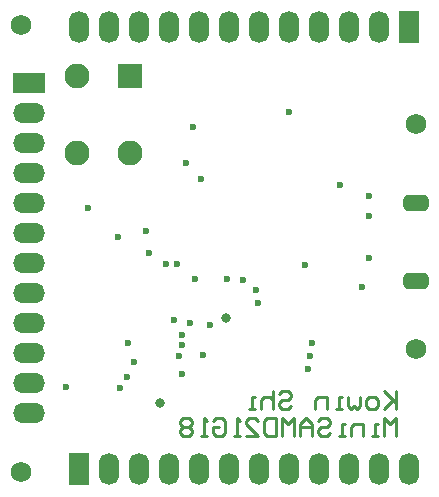
<source format=gbs>
G04 Layer_Color=16711935*
%FSLAX44Y44*%
%MOMM*%
G71*
G01*
G75*
%ADD26C,0.2540*%
%ADD37C,0.6000*%
%ADD45R,2.1032X2.1032*%
%ADD57C,1.7272*%
%ADD58O,1.7032X2.7032*%
%ADD59R,1.7032X2.7032*%
G04:AMPARAMS|DCode=60|XSize=2.2032mm|YSize=1.4032mm|CornerRadius=0.4616mm|HoleSize=0mm|Usage=FLASHONLY|Rotation=180.000|XOffset=0mm|YOffset=0mm|HoleType=Round|Shape=RoundedRectangle|*
%AMROUNDEDRECTD60*
21,1,2.2032,0.4800,0,0,180.0*
21,1,1.2800,1.4032,0,0,180.0*
1,1,0.9232,-0.6400,0.2400*
1,1,0.9232,0.6400,0.2400*
1,1,0.9232,0.6400,-0.2400*
1,1,0.9232,-0.6400,-0.2400*
%
%ADD60ROUNDEDRECTD60*%
%ADD61O,2.7032X1.7032*%
%ADD62R,2.7032X1.7032*%
%ADD63C,2.1032*%
%ADD64C,0.8032*%
D26*
X579000Y286000D02*
Y301235D01*
X573922Y296157D01*
X568843Y301235D01*
Y286000D01*
X563765D02*
X558687D01*
X561226D01*
Y296157D01*
X563765D01*
X551069Y286000D02*
Y296157D01*
X543451D01*
X540912Y293617D01*
Y286000D01*
X535834D02*
X530756D01*
X533295D01*
Y296157D01*
X535834D01*
X512981Y298696D02*
X515521Y301235D01*
X520599D01*
X523138Y298696D01*
Y296157D01*
X520599Y293617D01*
X515521D01*
X512981Y291078D01*
Y288539D01*
X515521Y286000D01*
X520599D01*
X523138Y288539D01*
X507903Y286000D02*
Y296157D01*
X502825Y301235D01*
X497746Y296157D01*
Y286000D01*
Y293617D01*
X507903D01*
X492668Y286000D02*
Y301235D01*
X487590Y296157D01*
X482511Y301235D01*
Y286000D01*
X477433Y301235D02*
Y286000D01*
X469815D01*
X467276Y288539D01*
Y298696D01*
X469815Y301235D01*
X477433D01*
X452041Y286000D02*
X462198D01*
X452041Y296157D01*
Y298696D01*
X454580Y301235D01*
X459659D01*
X462198Y298696D01*
X446963Y286000D02*
X441884D01*
X444423D01*
Y301235D01*
X446963Y298696D01*
X424110D02*
X426649Y301235D01*
X431728D01*
X434267Y298696D01*
Y288539D01*
X431728Y286000D01*
X426649D01*
X424110Y288539D01*
Y293617D01*
X429188D01*
X419032Y286000D02*
X413953D01*
X416493D01*
Y301235D01*
X419032Y298696D01*
X406336D02*
X403797Y301235D01*
X398718D01*
X396179Y298696D01*
Y296157D01*
X398718Y293617D01*
X396179Y291078D01*
Y288539D01*
X398718Y286000D01*
X403797D01*
X406336Y288539D01*
Y291078D01*
X403797Y293617D01*
X406336Y296157D01*
Y298696D01*
X403797Y293617D02*
X398718D01*
X579000Y324235D02*
Y309000D01*
Y314078D01*
X568843Y324235D01*
X576461Y316618D01*
X568843Y309000D01*
X561226D02*
X556147D01*
X553608Y311539D01*
Y316618D01*
X556147Y319157D01*
X561226D01*
X563765Y316618D01*
Y311539D01*
X561226Y309000D01*
X548530Y319157D02*
Y311539D01*
X545991Y309000D01*
X543451Y311539D01*
X540912Y309000D01*
X538373Y311539D01*
Y319157D01*
X533295Y309000D02*
X528216D01*
X530756D01*
Y319157D01*
X533295D01*
X520599Y309000D02*
Y319157D01*
X512981D01*
X510442Y316618D01*
Y309000D01*
X479972Y321696D02*
X482511Y324235D01*
X487590D01*
X490129Y321696D01*
Y319157D01*
X487590Y316618D01*
X482511D01*
X479972Y314078D01*
Y311539D01*
X482511Y309000D01*
X487590D01*
X490129Y311539D01*
X474894Y324235D02*
Y309000D01*
Y316618D01*
X472355Y319157D01*
X467276D01*
X464737Y316618D01*
Y309000D01*
X459659D02*
X454580D01*
X457119D01*
Y319157D01*
X459659D01*
D37*
X395000Y354000D02*
D03*
X415000Y355000D02*
D03*
X421030Y379730D02*
D03*
X299000Y328000D02*
D03*
X343000Y455000D02*
D03*
X414000Y504000D02*
D03*
X401000Y517000D02*
D03*
X407000Y548000D02*
D03*
X502000Y431000D02*
D03*
X556000Y472000D02*
D03*
Y437000D02*
D03*
X550000Y412000D02*
D03*
X409000Y419000D02*
D03*
X367000Y460000D02*
D03*
X398000Y339000D02*
D03*
X345000Y327000D02*
D03*
X398000Y363000D02*
D03*
X397999Y371999D02*
D03*
X351000Y336000D02*
D03*
X357000Y349000D02*
D03*
X351999Y364999D02*
D03*
X504402Y343000D02*
D03*
X506000Y354000D02*
D03*
X507402Y365000D02*
D03*
X392999Y431999D02*
D03*
X384000Y432000D02*
D03*
X370000Y441000D02*
D03*
X462000Y399000D02*
D03*
X404000Y382000D02*
D03*
X390999Y383999D02*
D03*
X460000Y410000D02*
D03*
X488000Y560000D02*
D03*
X435760Y419240D02*
D03*
X449000Y418000D02*
D03*
X556000Y489000D02*
D03*
X531000Y499000D02*
D03*
X318000Y479000D02*
D03*
D45*
X353500Y590500D02*
D03*
D57*
X596000Y550000D02*
D03*
Y360000D02*
D03*
X261000Y634000D02*
D03*
Y256000D02*
D03*
D58*
X310300Y632000D02*
D03*
X335700D02*
D03*
X361100D02*
D03*
X386500D02*
D03*
X411900D02*
D03*
X437300D02*
D03*
X462700D02*
D03*
X488100D02*
D03*
X513500D02*
D03*
X538900D02*
D03*
X564300D02*
D03*
X589700Y258000D02*
D03*
X564300D02*
D03*
X538900D02*
D03*
X513500D02*
D03*
X488100D02*
D03*
X462700D02*
D03*
X437300D02*
D03*
X411900D02*
D03*
X386500D02*
D03*
X361100D02*
D03*
X335700D02*
D03*
D59*
X589700Y632000D02*
D03*
X310300Y258000D02*
D03*
D60*
X595375Y417000D02*
D03*
Y483000D02*
D03*
D61*
X268000Y305300D02*
D03*
Y330700D02*
D03*
Y356100D02*
D03*
Y381500D02*
D03*
Y406900D02*
D03*
Y432300D02*
D03*
Y457700D02*
D03*
Y483100D02*
D03*
Y508500D02*
D03*
Y533900D02*
D03*
Y559300D02*
D03*
D62*
Y584700D02*
D03*
D63*
X353500Y525500D02*
D03*
X308500D02*
D03*
Y590500D02*
D03*
D64*
X435000Y386000D02*
D03*
X379000Y314000D02*
D03*
M02*

</source>
